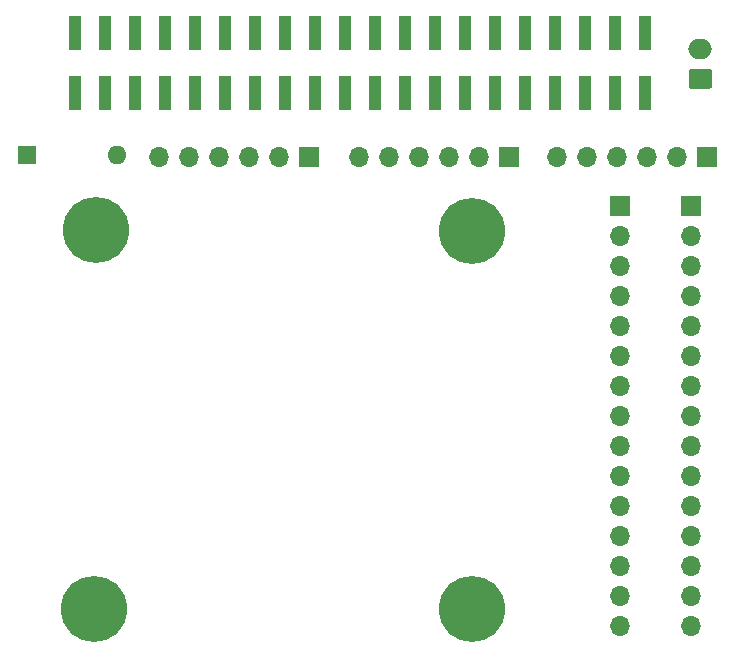
<source format=gbr>
%TF.GenerationSoftware,KiCad,Pcbnew,5.1.9-73d0e3b20d~88~ubuntu18.04.1*%
%TF.CreationDate,2021-07-10T12:21:25+03:00*%
%TF.ProjectId,Rpi-breakout,5270692d-6272-4656-916b-6f75742e6b69,rev?*%
%TF.SameCoordinates,Original*%
%TF.FileFunction,Soldermask,Top*%
%TF.FilePolarity,Negative*%
%FSLAX46Y46*%
G04 Gerber Fmt 4.6, Leading zero omitted, Abs format (unit mm)*
G04 Created by KiCad (PCBNEW 5.1.9-73d0e3b20d~88~ubuntu18.04.1) date 2021-07-10 12:21:25*
%MOMM*%
%LPD*%
G01*
G04 APERTURE LIST*
%ADD10O,1.600000X1.600000*%
%ADD11R,1.600000X1.600000*%
%ADD12O,1.700000X1.700000*%
%ADD13R,1.700000X1.700000*%
%ADD14R,1.000000X3.000000*%
%ADD15C,5.600000*%
%ADD16O,2.000000X1.700000*%
G04 APERTURE END LIST*
D10*
%TO.C,Fan*%
X72920000Y-87500000D03*
D11*
X65300000Y-87500000D03*
%TD*%
D12*
%TO.C,J108*%
X121500000Y-127460000D03*
X121500000Y-124920000D03*
X121500000Y-122380000D03*
X121500000Y-119840000D03*
X121500000Y-117300000D03*
X121500000Y-114760000D03*
X121500000Y-112220000D03*
X121500000Y-109680000D03*
X121500000Y-107140000D03*
X121500000Y-104600000D03*
X121500000Y-102060000D03*
X121500000Y-99520000D03*
X121500000Y-96980000D03*
X121500000Y-94440000D03*
D13*
X121500000Y-91900000D03*
%TD*%
D12*
%TO.C,J107*%
X115500000Y-127460000D03*
X115500000Y-124920000D03*
X115500000Y-122380000D03*
X115500000Y-119840000D03*
X115500000Y-117300000D03*
X115500000Y-114760000D03*
X115500000Y-112220000D03*
X115500000Y-109680000D03*
X115500000Y-107140000D03*
X115500000Y-104600000D03*
X115500000Y-102060000D03*
X115500000Y-99520000D03*
X115500000Y-96980000D03*
X115500000Y-94440000D03*
D13*
X115500000Y-91900000D03*
%TD*%
D14*
%TO.C,J101*%
X117630000Y-82270000D03*
X117630000Y-77230000D03*
X115090000Y-82270000D03*
X115090000Y-77230000D03*
X112550000Y-82270000D03*
X112550000Y-77230000D03*
X110010000Y-82270000D03*
X110010000Y-77230000D03*
X107470000Y-82270000D03*
X107470000Y-77230000D03*
X104930000Y-82270000D03*
X104930000Y-77230000D03*
X102390000Y-82270000D03*
X102390000Y-77230000D03*
X99850000Y-82270000D03*
X99850000Y-77230000D03*
X97310000Y-82270000D03*
X97310000Y-77230000D03*
X94770000Y-82270000D03*
X94770000Y-77230000D03*
X92230000Y-82270000D03*
X92230000Y-77230000D03*
X89690000Y-82270000D03*
X89690000Y-77230000D03*
X87150000Y-82270000D03*
X87150000Y-77230000D03*
X84610000Y-82270000D03*
X84610000Y-77230000D03*
X82070000Y-82270000D03*
X82070000Y-77230000D03*
X79530000Y-82270000D03*
X79530000Y-77230000D03*
X76990000Y-82270000D03*
X76990000Y-77230000D03*
X74450000Y-82270000D03*
X74450000Y-77230000D03*
X71910000Y-82270000D03*
X71910000Y-77230000D03*
X69370000Y-82270000D03*
X69370000Y-77230000D03*
%TD*%
D15*
%TO.C,REF\u002A\u002A*%
X103000000Y-126000000D03*
%TD*%
%TO.C,REF\u002A\u002A*%
X71000000Y-126000000D03*
%TD*%
%TO.C,REF\u002A\u002A*%
X103000000Y-94000000D03*
%TD*%
%TO.C,REF\u002A\u002A*%
X71100000Y-93850000D03*
%TD*%
D12*
%TO.C,J106*%
X76500000Y-87700000D03*
X79040000Y-87700000D03*
X81580000Y-87700000D03*
X84120000Y-87700000D03*
X86660000Y-87700000D03*
D13*
X89200000Y-87700000D03*
%TD*%
D12*
%TO.C,J104*%
X110200000Y-87700000D03*
X112740000Y-87700000D03*
X115280000Y-87700000D03*
X117820000Y-87700000D03*
X120360000Y-87700000D03*
D13*
X122900000Y-87700000D03*
%TD*%
D12*
%TO.C,J103*%
X93400000Y-87700000D03*
X95940000Y-87700000D03*
X98480000Y-87700000D03*
X101020000Y-87700000D03*
X103560000Y-87700000D03*
D13*
X106100000Y-87700000D03*
%TD*%
D16*
%TO.C,J102*%
X122300000Y-78600000D03*
G36*
G01*
X123050000Y-81950000D02*
X121550000Y-81950000D01*
G75*
G02*
X121300000Y-81700000I0J250000D01*
G01*
X121300000Y-80500000D01*
G75*
G02*
X121550000Y-80250000I250000J0D01*
G01*
X123050000Y-80250000D01*
G75*
G02*
X123300000Y-80500000I0J-250000D01*
G01*
X123300000Y-81700000D01*
G75*
G02*
X123050000Y-81950000I-250000J0D01*
G01*
G37*
%TD*%
M02*

</source>
